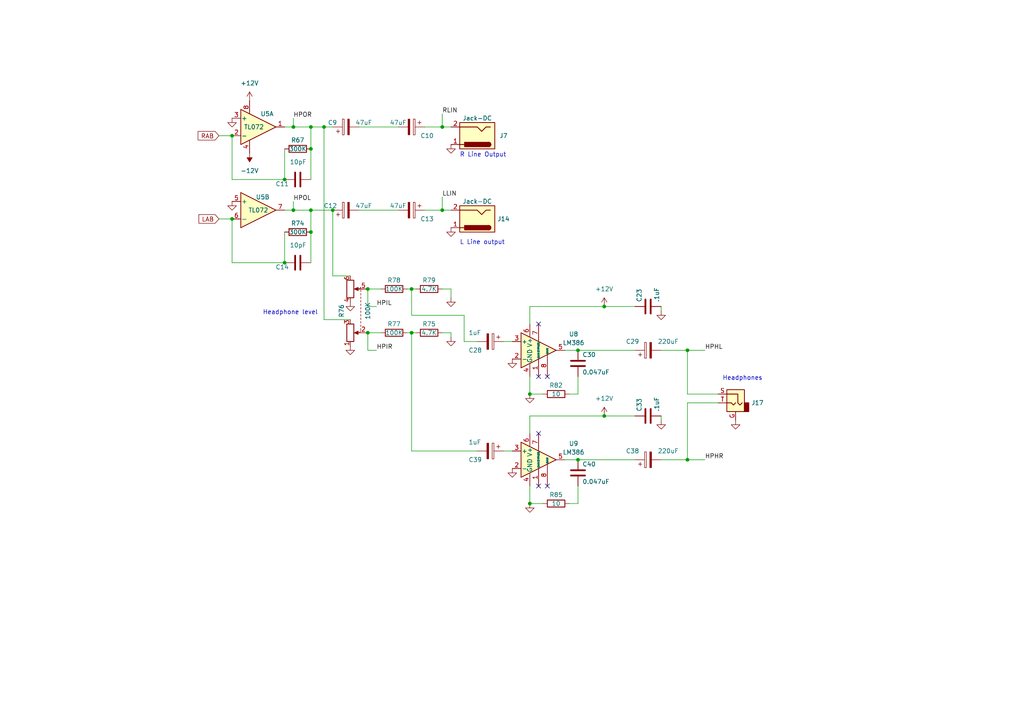
<source format=kicad_sch>
(kicad_sch (version 20211123) (generator eeschema)
  (paper "A4")
  (lib_symbols
    (symbol "Amplifier_Audio:LM386" (pin_names (offset 0.127))
      (property "Reference" "U" (at 1.27 7.62 0))
      (property "Value" "LM386" (at 1.27 5.08 0))
      (symbol "LM386_0_1"
        (polyline (pts (xy 5.08 0) (xy -5.08 5.08) (xy -5.08 -5.08) (xy 5.08 0)) (stroke (width 0.254)) (fill (type background)))
      )
      (symbol "LM386_1_1"
        (pin input line (at 0 -7.62 90) (length 5.08) (name "GAIN") (number "1"))
        (pin input line (at -7.62 -2.54 0) (length 2.54) (name "-") (number "2"))
        (pin input line (at -7.62 2.54 0) (length 2.54) (name "+") (number "3"))
        (pin power_in line (at -2.54 -7.62 90) (length 3.81) (name "GND") (number "4"))
        (pin output line (at 7.62 0 180) (length 2.54) (name "~") (number "5"))
        (pin power_in line (at -2.54 7.62 270) (length 3.81) (name "V+") (number "6"))
        (pin input line (at 0 7.62 270) (length 5.08) (name "BYPASS") (number "7"))
        (pin input line (at 2.54 -7.62 90) (length 6.35) (name "GAIN") (number "8"))
      )
    )
    (symbol "Amplifier_Operational:TL072" (pin_names (offset 0.127))
      (property "Reference" "U" (at 0 5.08 0))
      (property "Value" "TL072" (at 0 -5.08 0))
      (symbol "TL072_1_1"
        (polyline (pts (xy -5.08 5.08) (xy 5.08 0) (xy -5.08 -5.08) (xy -5.08 5.08)) (stroke (width 0.254)) (fill (type background)))
        (pin output line (at 7.62 0 180) (length 2.54) (name "~") (number "1"))
        (pin input line (at -7.62 -2.54 0) (length 2.54) (name "-") (number "2"))
        (pin input line (at -7.62 2.54 0) (length 2.54) (name "+") (number "3"))
      )
      (symbol "TL072_2_1"
        (polyline (pts (xy -5.08 5.08) (xy 5.08 0) (xy -5.08 -5.08) (xy -5.08 5.08)) (stroke (width 0.254)) (fill (type background)))
        (pin input line (at -7.62 2.54 0) (length 2.54) (name "+") (number "5"))
        (pin input line (at -7.62 -2.54 0) (length 2.54) (name "-") (number "6"))
        (pin output line (at 7.62 0 180) (length 2.54) (name "~") (number "7"))
      )
      (symbol "TL072_3_1"
        (pin power_in line (at -2.54 -7.62 90) (length 3.81) (name "V-") (number "4"))
        (pin power_in line (at -2.54 7.62 270) (length 3.81) (name "V+") (number "8"))
      )
    )
    (symbol "Connector:AudioJack2_Ground"
      (property "Reference" "J" (at 0 8.89 0))
      (property "Value" "AudioJack2_Ground" (at 0 6.35 0))
      (symbol "AudioJack2_Ground_0_1"
        (rectangle (start -2.54 -2.54) (end -3.81 0) (stroke (width 0.254)) (fill (type outline)))
        (polyline (pts (xy 0 0) (xy 0.635 -0.635) (xy 1.27 0) (xy 2.54 0)) (stroke (width 0.254)))
        (polyline (pts (xy 2.54 2.54) (xy -0.635 2.54) (xy -0.635 0) (xy -1.27 -0.635) (xy -1.905 0)) (stroke (width 0.254)))
        (rectangle (start 2.54 3.81) (end -2.54 -2.54) (stroke (width 0.254)) (fill (type background)))
      )
      (symbol "AudioJack2_Ground_1_1"
        (pin passive line (at 0 -5.08 90) (length 2.54) (name "~") (number "G"))
        (pin passive line (at 5.08 2.54 180) (length 2.54) (name "~") (number "S"))
        (pin passive line (at 5.08 0 180) (length 2.54) (name "~") (number "T"))
      )
    )
    (symbol "Connector:Jack-DC" (pin_names (offset 1.016))
      (property "Reference" "J" (at 0 5.334 0))
      (property "Value" "Jack-DC" (at 0 -5.08 0))
      (symbol "Jack-DC_0_1"
        (rectangle (start -5.08 3.81) (end 5.08 -3.81) (stroke (width 0.254)) (fill (type background)))
        (arc (start -3.302 3.175) (mid -3.937 2.54) (end -3.302 1.905) (stroke (width 0.254)))
        (arc (start -3.302 3.175) (mid -3.937 2.54) (end -3.302 1.905) (stroke (width 0.254)) (fill (type outline)))
        (polyline (pts (xy 5.08 2.54) (xy 3.81 2.54)) (stroke (width 0.254)))
        (polyline (pts (xy -3.81 -2.54) (xy -2.54 -2.54) (xy -1.27 -1.27) (xy 0 -2.54) (xy 2.54 -2.54) (xy 5.08 -2.54)) (stroke (width 0.254)))
        (rectangle (start 3.683 3.175) (end -3.302 1.905) (stroke (width 0.254)) (fill (type outline)))
      )
      (symbol "Jack-DC_1_1"
        (pin passive line (at 7.62 2.54 180) (length 2.54) (name "~") (number "1"))
        (pin passive line (at 7.62 -2.54 180) (length 2.54) (name "~") (number "2"))
      )
    )
    (symbol "Device:C" (pin_numbers hide) (pin_names (offset 0.254))
      (property "Reference" "C" (at 0.635 2.54 0))
      (property "Value" "C" (at 0.635 -2.54 0))
      (symbol "C_0_1"
        (polyline (pts (xy -2.032 -0.762) (xy 2.032 -0.762)) (stroke (width 0.508)))
        (polyline (pts (xy -2.032 0.762) (xy 2.032 0.762)) (stroke (width 0.508)))
      )
      (symbol "C_1_1"
        (pin passive line (at 0 3.81 270) (length 2.794) (name "~") (number "1"))
        (pin passive line (at 0 -3.81 90) (length 2.794) (name "~") (number "2"))
      )
    )
    (symbol "Device:C_Polarized" (pin_numbers hide) (pin_names (offset 0.254))
      (property "Reference" "C" (at 0.635 2.54 0))
      (property "Value" "C_Polarized" (at 0.635 -2.54 0))
      (symbol "C_Polarized_0_1"
        (rectangle (start -2.286 0.508) (end 2.286 1.016))
        (polyline (pts (xy -1.778 2.286) (xy -0.762 2.286)))
        (polyline (pts (xy -1.27 2.794) (xy -1.27 1.778)))
        (rectangle (start 2.286 -0.508) (end -2.286 -1.016) (fill (type outline)))
      )
      (symbol "C_Polarized_1_1"
        (pin passive line (at 0 3.81 270) (length 2.794) (name "~") (number "1"))
        (pin passive line (at 0 -3.81 90) (length 2.794) (name "~") (number "2"))
      )
    )
    (symbol "Device:R" (pin_numbers hide) (pin_names (offset 0))
      (property "Reference" "R" (at 2.032 0 90))
      (property "Value" "R" (at 0 0 90))
      (symbol "R_0_1"
        (rectangle (start -1.016 -2.54) (end 1.016 2.54) (stroke (width 0.254)))
      )
      (symbol "R_1_1"
        (pin passive line (at 0 3.81 270) (length 1.27) (name "~") (number "1"))
        (pin passive line (at 0 -3.81 90) (length 1.27) (name "~") (number "2"))
      )
    )
    (symbol "TL072_1" (pin_names (offset 0.127) hide)
      (property "Reference" "U" (at 0 5.08 0))
      (property "Value" "TL072_1" (at 0 -5.08 0))
      (symbol "TL072_1_1_1"
        (polyline (pts (xy -5.08 5.08) (xy 5.08 0) (xy -5.08 -5.08) (xy -5.08 5.08)) (stroke (width 0.254)) (fill (type background)))
        (pin output line (at 7.62 0 180) (length 2.54) (name "~") (number "1"))
        (pin input line (at -7.62 -2.54 0) (length 2.54) (name "-") (number "2"))
        (pin input line (at -7.62 2.54 0) (length 2.54) (name "+") (number "3"))
      )
      (symbol "TL072_1_2_1"
        (polyline (pts (xy -5.08 5.08) (xy 5.08 0) (xy -5.08 -5.08) (xy -5.08 5.08)) (stroke (width 0.254)) (fill (type background)))
        (pin input line (at -7.62 2.54 0) (length 2.54) (name "+") (number "5"))
        (pin input line (at -7.62 -2.54 0) (length 2.54) (name "-") (number "6"))
        (pin output line (at 7.62 0 180) (length 2.54) (name "~") (number "7"))
      )
      (symbol "TL072_1_3_1"
        (pin power_in line (at -2.54 -7.62 90) (length 3.81) (name "V-") (number "4"))
        (pin power_in line (at -2.54 7.62 270) (length 3.81) (name "V+") (number "8"))
      )
    )
    (symbol "dhk:R_Potentiometer_Dual_Audio_Taper" (pin_names (offset 1.016) hide)
      (property "Reference" "RV" (at 0 3.81 0))
      (property "Value" "R_Potentiometer_Dual_Audio_Taper" (at 0 1.905 0))
      (symbol "R_Potentiometer_Dual_Audio_Taper_0_1"
        (rectangle (start -8.89 -1.524) (end -3.81 -3.556) (stroke (width 0.254)))
        (polyline (pts (xy -6.35 0) (xy -6.35 -1.016)))
        (polyline (pts (xy -6.35 0) (xy -6.35 -1.016)))
        (polyline (pts (xy -6.35 0) (xy -5.842 0.508)))
        (polyline (pts (xy -5.588 0.508) (xy -5.08 0.508)))
        (polyline (pts (xy -4.572 0.508) (xy -4.064 0.508)))
        (polyline (pts (xy -3.556 0.508) (xy -3.048 0.508)))
        (polyline (pts (xy -2.54 0.508) (xy -2.032 0.508)))
        (polyline (pts (xy -1.524 0.508) (xy -1.016 0.508)))
        (polyline (pts (xy -0.508 0.508) (xy 0 0.508)))
        (polyline (pts (xy 0.508 0.508) (xy 1.016 0.508)))
        (polyline (pts (xy 1.524 0.508) (xy 2.032 0.508)))
        (polyline (pts (xy 2.54 0.508) (xy 3.048 0.508)))
        (polyline (pts (xy 3.556 0.508) (xy 4.064 0.508)))
        (polyline (pts (xy 4.572 0.508) (xy 5.08 0.508)))
        (polyline (pts (xy 5.588 0.508) (xy 6.096 0.508)))
        (polyline (pts (xy 6.35 0) (xy 6.35 -1.016)))
        (polyline (pts (xy 6.35 0) (xy 6.35 -1.016)))
        (polyline (pts (xy 6.604 0.508) (xy 6.858 0.508) (xy 6.35 0)))
        (polyline (pts (xy -6.35 -1.397) (xy -6.858 -0.254) (xy -5.842 -0.254) (xy -6.35 -1.397)) (fill (type outline)))
        (polyline (pts (xy 6.35 -1.397) (xy 5.842 -0.254) (xy 6.858 -0.254) (xy 6.35 -1.397)) (fill (type outline)))
        (rectangle (start 3.81 -1.524) (end 8.89 -3.556) (stroke (width 0.254)))
      )
      (symbol "R_Potentiometer_Dual_Audio_Taper_1_1"
        (pin passive line (at -10.16 -2.54 0) (length 1.27) (name "1") (number "1"))
        (pin passive line (at -6.35 2.54 270) (length 2.54) (name "2") (number "2"))
        (pin passive line (at -2.54 -2.54 180) (length 1.27) (name "3") (number "3"))
        (pin passive line (at 2.54 -2.54 0) (length 1.27) (name "4") (number "4"))
        (pin passive line (at 6.35 2.54 270) (length 2.54) (name "5") (number "5"))
        (pin passive line (at 10.16 -2.54 180) (length 1.27) (name "6") (number "6"))
      )
    )
    (symbol "power:+12V" (power) (pin_names (offset 0))
      (property "Value" "+12V" (at 0 3.556 0))
      (symbol "+12V_0_1"
        (polyline (pts (xy -0.762 1.27) (xy 0 2.54)))
        (polyline (pts (xy 0 0) (xy 0 2.54)))
        (polyline (pts (xy 0 2.54) (xy 0.762 1.27)))
      )
      (symbol "+12V_1_1"
        (pin power_in line (at 0 0 90) (length 0) hide (name "+12V") (number "1"))
      )
    )
    (symbol "power:-12V" (power) (pin_names (offset 0))
      (property "Value" "-12V" (at 0 3.81 0))
      (symbol "-12V_0_0"
        (pin power_in line (at 0 0 90) (length 0) hide (name "-12V") (number "1"))
      )
      (symbol "-12V_0_1"
        (polyline (pts (xy 0 0) (xy 0 1.27) (xy 0.762 1.27) (xy 0 2.54) (xy -0.762 1.27) (xy 0 1.27)) (fill (type outline)))
      )
    )
    (symbol "power:GND" (power) (pin_names (offset 0))
      (property "Value" "GND" (at 0 -3.81 0))
      (symbol "GND_0_1"
        (polyline (pts (xy 0 0) (xy 0 -1.27) (xy 1.27 -1.27) (xy 0 -2.54) (xy -1.27 -1.27) (xy 0 -1.27)))
      )
      (symbol "GND_1_1"
        (pin power_in line (at 0 0 270) (length 0) hide (name "GND") (number "1"))
      )
    )
  )
  (junction (at 67.31 39.37))
  (junction (at 128.27 36.83))
  (junction (at 199.39 133.35))
  (junction (at 199.39 101.6))
  (junction (at 153.67 146.05))
  (junction (at 106.68 96.52))
  (junction (at 90.17 43.18))
  (junction (at 90.17 67.31))
  (junction (at 128.27 60.96))
  (junction (at 175.26 120.65))
  (junction (at 67.31 63.5))
  (junction (at 106.68 83.82))
  (junction (at 96.52 60.96))
  (junction (at 85.09 60.96))
  (junction (at 119.38 83.82))
  (junction (at 153.67 114.3))
  (junction (at 93.98 36.83))
  (junction (at 90.17 60.96))
  (junction (at 85.09 36.83))
  (junction (at 119.38 96.52))
  (junction (at 82.55 76.2))
  (junction (at 90.17 36.83))
  (junction (at 175.26 88.9))
  (junction (at 167.64 133.35))
  (junction (at 82.55 52.07))
  (junction (at 167.64 101.6))
  (no_connect (at 158.75 140.97))
  (no_connect (at 156.21 109.22))
  (no_connect (at 156.21 140.97))
  (no_connect (at 156.21 93.98))
  (no_connect (at 156.21 125.73))
  (no_connect (at 158.75 109.22))
  (wire (pts (xy 93.98 92.71) (xy 101.6 92.71)))
  (wire (pts (xy 146.05 99.06) (xy 148.59 99.06)))
  (wire (pts (xy 90.17 60.96) (xy 90.17 67.31)))
  (wire (pts (xy 128.27 36.83) (xy 130.81 36.83)))
  (wire (pts (xy 167.64 133.35) (xy 184.15 133.35)))
  (wire (pts (xy 153.67 125.73) (xy 153.67 120.65)))
  (wire (pts (xy 85.09 58.42) (xy 85.09 60.96)))
  (wire (pts (xy 153.67 114.3) (xy 153.67 109.22)))
  (wire (pts (xy 93.98 36.83) (xy 93.98 92.71)))
  (wire (pts (xy 67.31 39.37) (xy 67.31 52.07)))
  (wire (pts (xy 130.81 96.52) (xy 130.81 97.79)))
  (wire (pts (xy 175.26 88.9) (xy 184.15 88.9)))
  (wire (pts (xy 85.09 36.83) (xy 90.17 36.83)))
  (wire (pts (xy 82.55 36.83) (xy 85.09 36.83)))
  (wire (pts (xy 123.19 60.96) (xy 128.27 60.96)))
  (wire (pts (xy 82.55 67.31) (xy 82.55 76.2)))
  (wire (pts (xy 67.31 63.5) (xy 67.31 76.2)))
  (wire (pts (xy 104.14 60.96) (xy 115.57 60.96)))
  (wire (pts (xy 163.83 101.6) (xy 167.64 101.6)))
  (wire (pts (xy 90.17 60.96) (xy 96.52 60.96)))
  (wire (pts (xy 199.39 116.84) (xy 199.39 133.35)))
  (wire (pts (xy 85.09 34.29) (xy 85.09 36.83)))
  (wire (pts (xy 90.17 43.18) (xy 90.17 52.07)))
  (wire (pts (xy 119.38 83.82) (xy 120.65 83.82)))
  (wire (pts (xy 153.67 146.05) (xy 153.67 140.97)))
  (wire (pts (xy 119.38 96.52) (xy 120.65 96.52)))
  (wire (pts (xy 146.05 130.81) (xy 148.59 130.81)))
  (wire (pts (xy 167.64 109.22) (xy 167.64 114.3)))
  (wire (pts (xy 128.27 96.52) (xy 130.81 96.52)))
  (wire (pts (xy 167.64 146.05) (xy 165.1 146.05)))
  (wire (pts (xy 119.38 83.82) (xy 119.38 91.44)))
  (wire (pts (xy 63.5 39.37) (xy 67.31 39.37)))
  (wire (pts (xy 167.64 101.6) (xy 184.15 101.6)))
  (wire (pts (xy 208.28 116.84) (xy 199.39 116.84)))
  (wire (pts (xy 119.38 91.44) (xy 134.62 91.44)))
  (wire (pts (xy 90.17 67.31) (xy 90.17 76.2)))
  (wire (pts (xy 106.68 83.82) (xy 110.49 83.82)))
  (wire (pts (xy 153.67 120.65) (xy 175.26 120.65)))
  (wire (pts (xy 119.38 130.81) (xy 138.43 130.81)))
  (wire (pts (xy 90.17 36.83) (xy 90.17 43.18)))
  (wire (pts (xy 109.22 101.6) (xy 106.68 101.6)))
  (wire (pts (xy 85.09 60.96) (xy 90.17 60.96)))
  (wire (pts (xy 63.5 63.5) (xy 67.31 63.5)))
  (wire (pts (xy 130.81 83.82) (xy 130.81 86.36)))
  (wire (pts (xy 96.52 60.96) (xy 96.52 80.01)))
  (wire (pts (xy 128.27 60.96) (xy 130.81 60.96)))
  (wire (pts (xy 191.77 88.9) (xy 191.77 90.17)))
  (wire (pts (xy 199.39 114.3) (xy 208.28 114.3)))
  (wire (pts (xy 153.67 93.98) (xy 153.67 88.9)))
  (wire (pts (xy 119.38 96.52) (xy 119.38 130.81)))
  (wire (pts (xy 134.62 99.06) (xy 138.43 99.06)))
  (wire (pts (xy 167.64 114.3) (xy 165.1 114.3)))
  (wire (pts (xy 134.62 91.44) (xy 134.62 99.06)))
  (wire (pts (xy 82.55 43.18) (xy 82.55 52.07)))
  (wire (pts (xy 128.27 33.02) (xy 128.27 36.83)))
  (wire (pts (xy 167.64 140.97) (xy 167.64 146.05)))
  (wire (pts (xy 199.39 133.35) (xy 204.47 133.35)))
  (wire (pts (xy 106.68 96.52) (xy 110.49 96.52)))
  (wire (pts (xy 191.77 101.6) (xy 199.39 101.6)))
  (wire (pts (xy 93.98 36.83) (xy 96.52 36.83)))
  (wire (pts (xy 96.52 80.01) (xy 101.6 80.01)))
  (wire (pts (xy 199.39 101.6) (xy 199.39 114.3)))
  (wire (pts (xy 128.27 83.82) (xy 130.81 83.82)))
  (wire (pts (xy 106.68 101.6) (xy 106.68 96.52)))
  (wire (pts (xy 67.31 76.2) (xy 82.55 76.2)))
  (wire (pts (xy 67.31 52.07) (xy 82.55 52.07)))
  (wire (pts (xy 153.67 114.3) (xy 157.48 114.3)))
  (wire (pts (xy 191.77 120.65) (xy 191.77 121.92)))
  (wire (pts (xy 199.39 101.6) (xy 204.47 101.6)))
  (wire (pts (xy 90.17 36.83) (xy 93.98 36.83)))
  (wire (pts (xy 106.68 88.9) (xy 106.68 83.82)))
  (wire (pts (xy 118.11 83.82) (xy 119.38 83.82)))
  (wire (pts (xy 104.14 36.83) (xy 115.57 36.83)))
  (wire (pts (xy 153.67 88.9) (xy 175.26 88.9)))
  (wire (pts (xy 82.55 60.96) (xy 85.09 60.96)))
  (wire (pts (xy 123.19 36.83) (xy 128.27 36.83)))
  (wire (pts (xy 109.22 88.9) (xy 106.68 88.9)))
  (wire (pts (xy 175.26 120.65) (xy 184.15 120.65)))
  (wire (pts (xy 128.27 57.15) (xy 128.27 60.96)))
  (wire (pts (xy 153.67 146.05) (xy 157.48 146.05)))
  (wire (pts (xy 118.11 96.52) (xy 119.38 96.52)))
  (wire (pts (xy 191.77 133.35) (xy 199.39 133.35)))
  (wire (pts (xy 163.83 133.35) (xy 167.64 133.35)))
  (text "L Line output" (at 133.35 71.12 0) (effects (font (size 1.27 1.27)) (justify left bottom)))
  (text "Headphone level\n" (at 76.2 91.44 0) (effects (font (size 1.27 1.27)) (justify left bottom)))
  (text "Headphones" (at 209.55 110.49 0) (effects (font (size 1.27 1.27)) (justify left bottom)))
  (text "R Line Output" (at 133.35 45.72 0) (effects (font (size 1.27 1.27)) (justify left bottom)))
  (label "LLIN" (at 128.27 57.15 0))
  (label "HPIR" (at 109.22 101.6 0))
  (label "HPHL" (at 204.47 101.6 0))
  (label "HPIL" (at 109.22 88.9 0))
  (label "HPOL" (at 85.09 58.42 0))
  (label "HPHR" (at 204.47 133.35 0))
  (label "HPOR" (at 85.09 34.29 0))
  (label "RLIN" (at 128.27 33.02 0))
  (global_label "RAB" (shape input) (at 63.5 39.37 180) (property "Intersheet References" "${INTERSHEET_REFS}" (effects hide)))
  (global_label "LAB" (shape input) (at 63.5 63.5 180) (property "Intersheet References" "${INTERSHEET_REFS}" (effects hide)))
  (symbol (lib_id "power:GND") (at 101.6 100.33 0) (unit 1)
    (property "Reference" "#PWR0123" (effects hide))
    (property "Value" "GND" (effects hide))
  )
  (symbol (lib_id "power:GND") (at 153.67 146.05 0) (unit 1)
    (property "Reference" "#PWR0119" (effects hide))
    (property "Value" "GND" (effects hide))
  )
  (symbol (lib_id "power:+12V") (at 175.26 120.65 0) (unit 1)
    (property "Reference" "#PWR0166" (effects hide))
    (property "Value" "+12V" (at 175.26 115.57 0))
  )
  (symbol (lib_id "power:GND") (at 101.6 87.63 0) (unit 1)
    (property "Reference" "#PWR0122" (effects hide))
    (property "Value" "GND" (effects hide))
  )
  (symbol (lib_id "Connector:Jack-DC") (at 138.43 39.37 180) (unit 1)
    (property "Reference" "J7" (at 146.05 39.37 0))
    (property "Value" "Jack-DC" (at 138.43 34.29 0))
  )
  (symbol (lib_id "Device:C") (at 86.36 52.07 90) (unit 1)
    (property "Reference" "C11" (at 83.82 53.34 90) (effects (justify left)))
    (property "Value" "10pF" (at 88.9 46.99 90) (effects (justify left)))
  )
  (symbol (lib_id "power:GND") (at 130.81 66.04 0) (unit 1)
    (property "Reference" "#PWR0120" (effects hide))
    (property "Value" "GND" (effects hide))
  )
  (symbol (lib_id "Device:R") (at 114.3 83.82 90) (unit 1)
    (property "Reference" "R78" (at 114.3 81.28 90))
    (property "Value" "100K" (at 114.3 83.82 90))
  )
  (symbol (lib_id "Device:C") (at 167.64 137.16 0) (unit 1)
    (property "Reference" "C40" (at 168.91 134.62 0) (effects (justify left)))
    (property "Value" "0.047uF" (at 168.91 139.7 0) (effects (justify left)))
  )
  (symbol (lib_id "Device:C_Polarized") (at 119.38 36.83 270) (unit 1)
    (property "Reference" "C10" (at 121.92 39.37 90) (effects (justify left)))
    (property "Value" "47uF" (at 113.03 35.56 90) (effects (justify left)))
  )
  (symbol (lib_id "Device:C") (at 187.96 120.65 90) (unit 1)
    (property "Reference" "C33" (at 185.42 119.38 0) (effects (justify left)))
    (property "Value" ".1uF" (at 190.5 119.38 0) (effects (justify left)))
  )
  (symbol (lib_name "TL072_1") (lib_id "Amplifier_Operational:TL072") (at 74.93 36.83 0) (unit 3)
    (property "Reference" "U5" (effects hide))
    (property "Value" "TL072" (effects hide))
    (property "Datasheet" "http://www.ti.com/lit/ds/symlink/tl071.pdf" (effects hide))
  )
  (symbol (lib_id "Device:C_Polarized") (at 100.33 36.83 90) (unit 1)
    (property "Reference" "C9" (at 97.79 35.56 90) (effects (justify left)))
    (property "Value" "47uF" (at 107.95 35.56 90) (effects (justify left)))
  )
  (symbol (lib_id "dhk:R_Potentiometer_Dual_Audio_Taper") (at 104.14 90.17 270) (mirror x) (unit 1)
    (property "Reference" "R76" (at 99.06 90.17 0))
    (property "Value" "100K" (at 106.68 90.17 0))
  )
  (symbol (lib_id "Device:R") (at 161.29 114.3 90) (unit 1)
    (property "Reference" "R82" (at 161.29 111.76 90))
    (property "Value" "10" (at 161.29 114.3 90))
  )
  (symbol (lib_id "Device:R") (at 124.46 83.82 90) (unit 1)
    (property "Reference" "R79" (at 124.46 81.28 90))
    (property "Value" "4.7K" (at 124.46 83.82 90))
  )
  (symbol (lib_id "Device:R") (at 114.3 96.52 90) (unit 1)
    (property "Reference" "R77" (at 114.3 93.98 90))
    (property "Value" "100K" (at 114.3 96.52 90))
  )
  (symbol (lib_id "power:GND") (at 130.81 97.79 0) (unit 1)
    (property "Reference" "#PWR0126" (effects hide))
    (property "Value" "GND" (effects hide))
  )
  (symbol (lib_id "power:GND") (at 213.36 121.92 0) (unit 1)
    (property "Reference" "#PWR0169" (effects hide))
    (property "Value" "GND" (effects hide))
  )
  (symbol (lib_id "power:GND") (at 148.59 135.89 0) (unit 1)
    (property "Reference" "#PWR0118" (effects hide))
    (property "Value" "GND" (effects hide))
  )
  (symbol (lib_id "Amplifier_Audio:LM386") (at 156.21 101.6 0) (unit 1)
    (property "Reference" "U8" (at 166.37 96.901 0))
    (property "Value" "LM386" (at 166.37 99.441 0))
    (property "Datasheet" "http://www.ti.com/lit/ds/symlink/lm386.pdf" (effects hide))
  )
  (symbol (lib_id "Device:R") (at 124.46 96.52 90) (unit 1)
    (property "Reference" "R75" (at 124.46 93.98 90))
    (property "Value" "4.7K" (at 124.46 96.52 90))
  )
  (symbol (lib_id "Device:R") (at 161.29 146.05 90) (unit 1)
    (property "Reference" "R85" (at 161.29 143.51 90))
    (property "Value" "10" (at 161.29 146.05 90))
  )
  (symbol (lib_id "power:+12V") (at 175.26 88.9 0) (unit 1)
    (property "Reference" "#PWR0167" (effects hide))
    (property "Value" "+12V" (at 175.26 83.82 0))
  )
  (symbol (lib_id "power:GND") (at 67.31 58.42 0) (unit 1)
    (property "Reference" "#PWR0111" (effects hide))
    (property "Value" "GND" (effects hide))
  )
  (symbol (lib_id "power:GND") (at 191.77 121.92 0) (unit 1)
    (property "Reference" "#PWR0165" (effects hide))
    (property "Value" "GND" (effects hide))
  )
  (symbol (lib_id "power:GND") (at 130.81 41.91 0) (unit 1)
    (property "Reference" "#PWR0121" (effects hide))
    (property "Value" "GND" (effects hide))
  )
  (symbol (lib_id "Device:C_Polarized") (at 100.33 60.96 90) (unit 1)
    (property "Reference" "C12" (at 97.79 59.69 90) (effects (justify left)))
    (property "Value" "47uF" (at 107.95 59.69 90) (effects (justify left)))
  )
  (symbol (lib_id "power:+12V") (at 72.39 29.21 0) (unit 1)
    (property "Reference" "#PWR0160" (effects hide))
    (property "Value" "+12V" (at 72.39 24.13 0))
  )
  (symbol (lib_id "Device:C_Polarized") (at 142.24 99.06 270) (unit 1)
    (property "Reference" "C28" (at 135.89 101.6 90) (effects (justify left)))
    (property "Value" "1uF" (at 135.89 96.52 90) (effects (justify left)))
  )
  (symbol (lib_id "Device:R") (at 86.36 67.31 90) (unit 1)
    (property "Reference" "R74" (at 86.36 64.77 90))
    (property "Value" "300K" (at 86.36 67.31 90))
  )
  (symbol (lib_id "Amplifier_Operational:TL072") (at 74.93 36.83 0) (unit 1)
    (property "Reference" "U5" (at 77.47 33.02 0))
    (property "Value" "TL072" (at 73.66 36.83 0))
    (property "Datasheet" "http://www.ti.com/lit/ds/symlink/tl071.pdf" (effects hide))
  )
  (symbol (lib_id "Device:C_Polarized") (at 187.96 101.6 90) (unit 1)
    (property "Reference" "C29" (at 185.42 99.06 90) (effects (justify left)))
    (property "Value" "220uF" (at 196.85 99.06 90) (effects (justify left)))
  )
  (symbol (lib_id "Connector:AudioJack2_Ground") (at 213.36 116.84 0) (mirror y) (unit 1)
    (property "Reference" "J17" (at 219.71 116.84 0))
    (property "Value" "AudioJack2_Ground" (effects hide))
  )
  (symbol (lib_id "power:GND") (at 67.31 34.29 0) (unit 1)
    (property "Reference" "#PWR0109" (effects hide))
    (property "Value" "GND" (effects hide))
  )
  (symbol (lib_id "power:GND") (at 191.77 90.17 0) (unit 1)
    (property "Reference" "#PWR0168" (effects hide))
    (property "Value" "GND" (effects hide))
  )
  (symbol (lib_id "power:-12V") (at 72.39 44.45 0) (mirror x) (unit 1)
    (property "Reference" "#PWR0110" (effects hide))
    (property "Value" "-12V" (at 72.39 49.53 0))
  )
  (symbol (lib_id "Connector:Jack-DC") (at 138.43 63.5 180) (unit 1)
    (property "Reference" "J14" (at 146.05 63.5 0))
    (property "Value" "Jack-DC" (at 138.43 58.42 0))
  )
  (symbol (lib_id "Device:C") (at 167.64 105.41 0) (unit 1)
    (property "Reference" "C30" (at 168.91 102.87 0) (effects (justify left)))
    (property "Value" "0.047uF" (at 168.91 107.95 0) (effects (justify left)))
  )
  (symbol (lib_id "Amplifier_Operational:TL072") (at 74.93 60.96 0) (unit 2)
    (property "Reference" "U5" (at 76.2 57.15 0))
    (property "Value" "TL072" (at 74.93 60.96 0))
    (property "Datasheet" "http://www.ti.com/lit/ds/symlink/tl071.pdf" (effects hide))
  )
  (symbol (lib_id "Device:R") (at 86.36 43.18 90) (unit 1)
    (property "Reference" "R67" (at 86.36 40.64 90))
    (property "Value" "300K" (at 86.36 43.18 90))
  )
  (symbol (lib_id "power:GND") (at 148.59 104.14 0) (unit 1)
    (property "Reference" "#PWR0125" (effects hide))
    (property "Value" "GND" (effects hide))
  )
  (symbol (lib_id "power:GND") (at 153.67 114.3 0) (unit 1)
    (property "Reference" "#PWR0124" (effects hide))
    (property "Value" "GND" (effects hide))
  )
  (symbol (lib_id "Amplifier_Audio:LM386") (at 156.21 133.35 0) (unit 1)
    (property "Reference" "U9" (at 166.37 128.651 0))
    (property "Value" "LM386" (at 166.37 131.191 0))
    (property "Datasheet" "http://www.ti.com/lit/ds/symlink/lm386.pdf" (effects hide))
  )
  (symbol (lib_id "Device:C_Polarized") (at 119.38 60.96 270) (unit 1)
    (property "Reference" "C13" (at 121.92 63.5 90) (effects (justify left)))
    (property "Value" "47uF" (at 113.03 59.69 90) (effects (justify left)))
  )
  (symbol (lib_id "power:GND") (at 130.81 86.36 0) (unit 1)
    (property "Reference" "#PWR0127" (effects hide))
    (property "Value" "GND" (effects hide))
  )
  (symbol (lib_id "Device:C") (at 187.96 88.9 90) (unit 1)
    (property "Reference" "C23" (at 185.42 87.63 0) (effects (justify left)))
    (property "Value" ".1uF" (at 190.5 87.63 0) (effects (justify left)))
  )
  (symbol (lib_id "Device:C_Polarized") (at 142.24 130.81 270) (unit 1)
    (property "Reference" "C39" (at 135.89 133.35 90) (effects (justify left)))
    (property "Value" "1uF" (at 135.89 128.27 90) (effects (justify left)))
  )
  (symbol (lib_id "Device:C_Polarized") (at 187.96 133.35 90) (unit 1)
    (property "Reference" "C38" (at 185.42 130.81 90) (effects (justify left)))
    (property "Value" "220uF" (at 196.85 130.81 90) (effects (justify left)))
  )
  (symbol (lib_id "Device:C") (at 86.36 76.2 90) (unit 1)
    (property "Reference" "C14" (at 83.82 77.47 90) (effects (justify left)))
    (property "Value" "10pF" (at 88.9 71.12 90) (effects (justify left)))
  )
)
</source>
